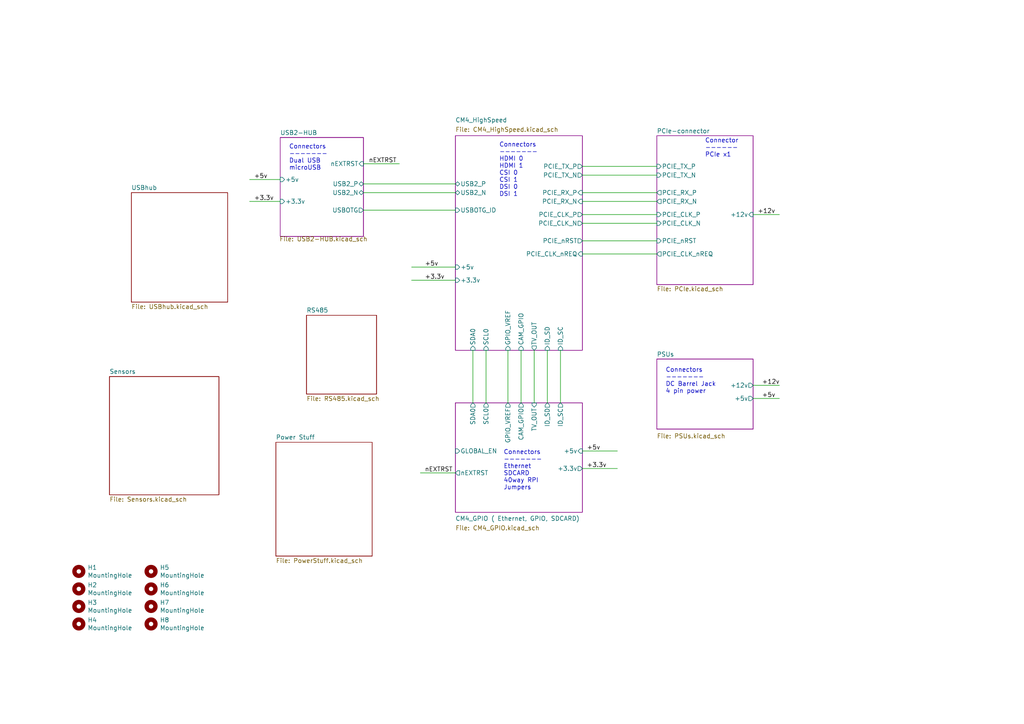
<source format=kicad_sch>
(kicad_sch (version 20231120) (generator "eeschema") (generator_version "8.0")
  (paper "A4")
  (title_block (title "Compute Module 4 IO Board - Top Level") (rev "1") (company "© 2020-2022 Raspberry Pi Ltd (formerly Raspberry Pi (Trading) Ltd.)") (comment 1 "www.raspberrypi.com"))
  (lib_symbols
    (symbol "Mechanical:MountingHole"
      (property "Reference" "H" (at 0 5.08 0))
      (property "Value" "MountingHole" (at 0 3.175 0))
      (symbol "MountingHole_0_1"
        (circle (center 0 0) (radius 1.27) (stroke (width 1.27)))
      )
    )
  )
  (wire (pts (xy 81.28 52.07) (xy 72.39 52.07)))
  (wire (pts (xy 168.91 55.88) (xy 190.5 55.88)))
  (wire (pts (xy 105.41 47.498) (xy 115.824 47.498)))
  (wire (pts (xy 168.91 69.85) (xy 190.5 69.85)))
  (wire (pts (xy 151.13 116.84) (xy 151.13 101.6)))
  (wire (pts (xy 137.16 101.6) (xy 137.16 116.84)))
  (wire (pts (xy 162.56 116.84) (xy 162.56 101.6)))
  (wire (pts (xy 147.32 101.6) (xy 147.32 116.84)))
  (wire (pts (xy 168.91 135.89) (xy 179.07 135.89)))
  (wire (pts (xy 105.41 55.88) (xy 132.08 55.88)))
  (wire (pts (xy 168.91 58.42) (xy 190.5 58.42)))
  (wire (pts (xy 168.91 50.8) (xy 190.5 50.8)))
  (wire (pts (xy 119.38 77.47) (xy 132.08 77.47)))
  (wire (pts (xy 168.91 64.77) (xy 190.5 64.77)))
  (wire (pts (xy 81.28 58.42) (xy 72.39 58.42)))
  (wire (pts (xy 218.44 62.23) (xy 226.06 62.23)))
  (wire (pts (xy 218.44 111.76) (xy 226.06 111.76)))
  (wire (pts (xy 158.75 101.6) (xy 158.75 116.84)))
  (wire (pts (xy 154.94 116.84) (xy 154.94 101.6)))
  (wire (pts (xy 105.41 60.96) (xy 132.08 60.96)))
  (wire (pts (xy 132.08 81.28) (xy 119.38 81.28)))
  (wire (pts (xy 179.07 130.81) (xy 168.91 130.81)))
  (wire (pts (xy 168.91 73.66) (xy 190.5 73.66)))
  (wire (pts (xy 168.91 62.23) (xy 190.5 62.23)))
  (wire (pts (xy 105.41 53.34) (xy 132.08 53.34)))
  (wire (pts (xy 218.44 115.57) (xy 226.06 115.57)))
  (wire (pts (xy 121.92 137.16) (xy 132.08 137.16)))
  (wire (pts (xy 168.91 48.26) (xy 190.5 48.26)))
  (wire (pts (xy 140.97 101.6) (xy 140.97 116.84)))
  (text "Connector\n------\nPCIe x1" (at 204.47 45.72 0) (effects (font (size 1.27 1.27)) (justify left bottom)))
  (text "Connectors\n-------\nDC Barrel Jack\n4 pin power" (at 193.04 114.3 0) (effects (font (size 1.27 1.27)) (justify left bottom)))
  (text "Connectors\n-------\nDual USB\nmicroUSB" (at 83.82 49.53 0) (effects (font (size 1.27 1.27)) (justify left bottom)))
  (text "Connectors\n-------\nEthernet\nSDCARD\n40way RPI\nJumpers" (at 146.05 142.24 0) (effects (font (size 1.27 1.27)) (justify left bottom)))
  (text "Connectors\n-------\nHDMI 0\nHDMI 1\nCSI 0\nCSI 1\nDSI 0\nDSI 1" (at 144.78 57.15 0) (effects (font (size 1.27 1.27)) (justify left bottom)))
  (label "+5v" (at 220.98 115.57 0))
  (label "+5v" (at 170.18 130.81 0))
  (label "+5v" (at 123.19 77.47 0))
  (label "+3.3v" (at 73.66 58.42 0))
  (label "+12v" (at 220.98 111.76 0))
  (label "+3.3v" (at 170.18 135.89 0))
  (label "+5v" (at 73.66 52.07 0))
  (label "nEXTRST" (at 106.934 47.498 0))
  (label "+3.3v" (at 123.19 81.28 0))
  (label "+12v" (at 219.71 62.23 0))
  (label "nEXTRST" (at 123.19 137.16 0))
  (symbol (lib_id "Mechanical:MountingHole") (at 22.86 180.975 0) (unit 1)
    (property "Reference" "H4" (at 25.4 179.832 0) (effects (justify left)))
    (property "Value" "MountingHole" (at 25.4 182.118 0) (effects (justify left)))
    (property "Footprint" "MountingHole:MountingHole_2.7mm_M2.5" (effects (hide yes)))
    (property "Field4" "nf" (effects (hide yes)))
    (property "Field5" "nf" (effects (hide yes)))
    (property "Field6" "nf" (effects (hide yes)))
    (property "Field7" "nf" (effects (hide yes)))
    (property "Part Description" "M2.5 mounting hole" (effects (hide yes)))
  )
  (symbol (lib_id "Mechanical:MountingHole") (at 22.86 175.895 0) (unit 1)
    (property "Reference" "H3" (at 25.4 174.752 0) (effects (justify left)))
    (property "Value" "MountingHole" (at 25.4 177.038 0) (effects (justify left)))
    (property "Footprint" "MountingHole:MountingHole_2.7mm_M2.5" (effects (hide yes)))
    (property "Field4" "nf" (effects (hide yes)))
    (property "Field5" "nf" (effects (hide yes)))
    (property "Field6" "nf" (effects (hide yes)))
    (property "Field7" "nf" (effects (hide yes)))
    (property "Part Description" "M2.5 mounting hole" (effects (hide yes)))
  )
  (symbol (lib_id "Mechanical:MountingHole") (at 22.86 170.815 0) (unit 1)
    (property "Reference" "H2" (at 25.4 169.672 0) (effects (justify left)))
    (property "Value" "MountingHole" (at 25.4 171.958 0) (effects (justify left)))
    (property "Footprint" "MountingHole:MountingHole_2.7mm_M2.5" (effects (hide yes)))
    (property "Field4" "nf" (effects (hide yes)))
    (property "Field5" "nf" (effects (hide yes)))
    (property "Field6" "nf" (effects (hide yes)))
    (property "Field7" "nf" (effects (hide yes)))
    (property "Part Description" "M2.5 mounting hole" (effects (hide yes)))
  )
  (symbol (lib_id "Mechanical:MountingHole") (at 22.86 165.735 0) (unit 1)
    (property "Reference" "H1" (at 25.4 164.592 0) (effects (justify left)))
    (property "Value" "MountingHole" (at 25.4 166.878 0) (effects (justify left)))
    (property "Footprint" "MountingHole:MountingHole_2.7mm_M2.5" (effects (hide yes)))
    (property "Field4" "nf" (effects (hide yes)))
    (property "Field5" "nf" (effects (hide yes)))
    (property "Field6" "nf" (effects (hide yes)))
    (property "Field7" "nf" (effects (hide yes)))
    (property "Part Description" "M2.5 mounting hole" (effects (hide yes)))
  )
  (symbol (lib_id "Mechanical:MountingHole") (at 43.815 165.735 0) (unit 1)
    (property "Reference" "H5" (at 46.355 164.592 0) (effects (justify left)))
    (property "Value" "MountingHole" (at 46.355 166.878 0) (effects (justify left)))
    (property "Footprint" "MountingHole:MountingHole_2.7mm_M2.5" (effects (hide yes)))
    (property "Field4" "nf" (effects (hide yes)))
    (property "Field5" "nf" (effects (hide yes)))
    (property "Field6" "nf" (effects (hide yes)))
    (property "Field7" "nf" (effects (hide yes)))
    (property "Part Description" "M2.5 mounting hole" (effects (hide yes)))
  )
  (symbol (lib_id "Mechanical:MountingHole") (at 43.815 180.975 0) (unit 1)
    (property "Reference" "H8" (at 46.355 179.832 0) (effects (justify left)))
    (property "Value" "MountingHole" (at 46.355 182.118 0) (effects (justify left)))
    (property "Footprint" "MountingHole:MountingHole_2.7mm_M2.5" (effects (hide yes)))
    (property "Field4" "nf" (effects (hide yes)))
    (property "Field5" "nf" (effects (hide yes)))
    (property "Field6" "nf" (effects (hide yes)))
    (property "Field7" "nf" (effects (hide yes)))
    (property "Part Description" "M2.5 mounting hole" (effects (hide yes)))
  )
  (symbol (lib_id "Mechanical:MountingHole") (at 43.815 175.895 0) (unit 1)
    (property "Reference" "H7" (at 46.355 174.752 0) (effects (justify left)))
    (property "Value" "MountingHole" (at 46.355 177.038 0) (effects (justify left)))
    (property "Footprint" "MountingHole:MountingHole_2.7mm_M2.5" (effects (hide yes)))
    (property "Field4" "nf" (effects (hide yes)))
    (property "Field5" "nf" (effects (hide yes)))
    (property "Field6" "nf" (effects (hide yes)))
    (property "Field7" "nf" (effects (hide yes)))
    (property "Part Description" "M2.5 mounting hole" (effects (hide yes)))
  )
  (symbol (lib_id "Mechanical:MountingHole") (at 43.815 170.815 0) (unit 1)
    (property "Reference" "H6" (at 46.355 169.672 0) (effects (justify left)))
    (property "Value" "MountingHole" (at 46.355 171.958 0) (effects (justify left)))
    (property "Footprint" "MountingHole:MountingHole_2.7mm_M2.5" (effects (hide yes)))
    (property "Field4" "nf" (effects (hide yes)))
    (property "Field5" "nf" (effects (hide yes)))
    (property "Field6" "nf" (effects (hide yes)))
    (property "Field7" "nf" (effects (hide yes)))
    (property "Part Description" "M2.5 mounting hole" (effects (hide yes)))
  )
  (sheet (at 132.08 116.84) (size 36.83 31.75) (stroke (width 0.1524) (color 132 0 132 1)) (fill (color 255 255 255 0.0000))
    (property "Sheetname" "CM4_GPIO ( Ethernet, GPIO, SDCARD)" (at 132.08 151.13 0) (effects (justify left bottom)))
    (property "Sheetfile" "CM4_GPIO.kicad_sch" (at 132.08 152.4 0) (effects (justify left top)))
    (pin "ID_SC" output (at 162.56 116.84 90))
    (pin "ID_SD" output (at 158.75 116.84 90))
    (pin "CAM_GPIO" output (at 151.13 116.84 90))
    (pin "SCL0" output (at 140.97 116.84 90))
    (pin "SDA0" output (at 137.16 116.84 90))
    (pin "+5v" input (at 168.91 130.81 0))
    (pin "+3.3v" output (at 168.91 135.89 0))
    (pin "nEXTRST" output (at 132.08 137.16 180))
    (pin "GLOBAL_EN" input (at 132.08 130.81 180))
    (pin "GPIO_VREF" output (at 147.32 116.84 90))
    (pin "TV_OUT" input (at 154.94 116.84 90))
  )
  (sheet (at 132.08 39.37) (size 36.83 62.23) (stroke (width 0.1524) (color 132 0 132 1)) (fill (color 255 255 255 0.0000))
    (property "Sheetname" "CM4_HighSpeed" (at 132.08 35.56 0) (effects (justify left bottom)))
    (property "Sheetfile" "CM4_HighSpeed.kicad_sch" (at 132.08 36.83 0) (effects (justify left top)))
    (pin "USB2_N" bidirectional (at 132.08 55.88 180))
    (pin "USB2_P" bidirectional (at 132.08 53.34 180))
    (pin "ID_SC" input (at 162.56 101.6 270))
    (pin "ID_SD" input (at 158.75 101.6 270))
    (pin "CAM_GPIO" input (at 151.13 101.6 270))
    (pin "SCL0" input (at 140.97 101.6 270))
    (pin "SDA0" input (at 137.16 101.6 270))
    (pin "+5v" input (at 132.08 77.47 180))
    (pin "PCIE_CLK_P" output (at 168.91 62.23 0))
    (pin "PCIE_CLK_N" output (at 168.91 64.77 0))
    (pin "PCIE_TX_P" output (at 168.91 48.26 0))
    (pin "PCIE_TX_N" output (at 168.91 50.8 0))
    (pin "PCIE_nRST" output (at 168.91 69.85 0))
    (pin "PCIE_RX_P" input (at 168.91 55.88 0))
    (pin "PCIE_RX_N" input (at 168.91 58.42 0))
    (pin "PCIE_CLK_nREQ" input (at 168.91 73.66 0))
    (pin "+3.3v" input (at 132.08 81.28 180))
    (pin "USBOTG_ID" input (at 132.08 60.96 180))
    (pin "GPIO_VREF" input (at 147.32 101.6 270))
    (pin "TV_OUT" output (at 154.94 101.6 270))
  )
  (sheet (at 190.5 104.14) (size 27.94 20.32) (stroke (width 0.1524) (color 132 0 132 1)) (fill (color 255 255 255 0.0000))
    (property "Sheetname" "PSUs" (at 190.5 103.5045 0) (effects (justify left bottom)))
    (property "Sheetfile" "PSUs.kicad_sch" (at 190.5 125.73 0) (effects (justify left top)))
    (pin "+5v" output (at 218.44 115.57 0))
    (pin "+12v" output (at 218.44 111.76 0))
  )
  (sheet (at 81.28 39.878) (size 24.13 28.702) (stroke (width 0.1524) (color 132 0 132 1)) (fill (color 255 255 255 0.0000))
    (property "Sheetname" "USB2-HUB" (at 81.28 39.2425 0) (effects (justify left bottom)))
    (property "Sheetfile" "USB2-HUB.kicad_sch" (at 81.026 68.58 0) (effects (justify left top)))
    (pin "USB2_N" bidirectional (at 105.41 55.88 0))
    (pin "USB2_P" bidirectional (at 105.41 53.34 0))
    (pin "+5v" input (at 81.28 52.07 180))
    (pin "+3.3v" input (at 81.28 58.42 180))
    (pin "nEXTRST" input (at 105.41 47.498 0))
    (pin "USBOTG" output (at 105.41 60.96 0))
  )
  (sheet (at 190.5 39.37) (size 27.94 43.18) (stroke (width 0.152) (color 132 0 132 1)) (fill (color 255 255 255 0.0000))
    (property "Sheetname" "PCIe-connector" (at 190.5 38.734 0) (effects (justify left bottom)))
    (property "Sheetfile" "PCIe.kicad_sch" (at 190.5 83.0585 0) (effects (justify left top)))
    (pin "PCIE_CLK_P" input (at 190.5 62.23 180))
    (pin "PCIE_CLK_N" input (at 190.5 64.77 180))
    (pin "PCIE_TX_P" input (at 190.5 48.26 180))
    (pin "PCIE_TX_N" input (at 190.5 50.8 180))
    (pin "PCIE_CLK_nREQ" output (at 190.5 73.66 180))
    (pin "PCIE_nRST" input (at 190.5 69.85 180))
    (pin "PCIE_RX_P" output (at 190.5 55.88 180))
    (pin "PCIE_RX_N" output (at 190.5 58.42 180))
    (pin "+12v" input (at 218.44 62.23 0))
  )
  (sheet (at 38.1 55.88) (size 27.94 31.75) (stroke (width 0.1524))
    (property "Sheetname" "USBhub" (at 38.1 55.1684 0) (effects (justify left bottom)))
    (property "Sheetfile" "USBhub.kicad_sch" (at 38.1 88.2146 0) (effects (justify left top)))
  )
  (sheet (at 88.9 91.44) (size 20.32 22.86) (stroke (width 0.1524))
    (property "Sheetname" "RS485" (at 88.9 90.7284 0) (effects (justify left bottom)))
    (property "Sheetfile" "RS485.kicad_sch" (at 88.9 114.8846 0) (effects (justify left top)))
  )
  (sheet (at 80.01 128.27) (size 27.94 33.02) (stroke (width 0.1524))
    (property "Sheetname" "Power Stuff" (at 80.01 127.5584 0) (effects (justify left bottom)))
    (property "Sheetfile" "PowerStuff.kicad_sch" (at 80.01 161.8746 0) (effects (justify left top)))
  )
  (sheet (at 31.75 109.22) (size 31.75 34.29) (stroke (width 0.1524))
    (property "Sheetname" "Sensors" (at 31.75 108.5084 0) (effects (justify left bottom)))
    (property "Sheetfile" "Sensors.kicad_sch" (at 31.75 144.0946 0) (effects (justify left top)))
  )
)
</source>
